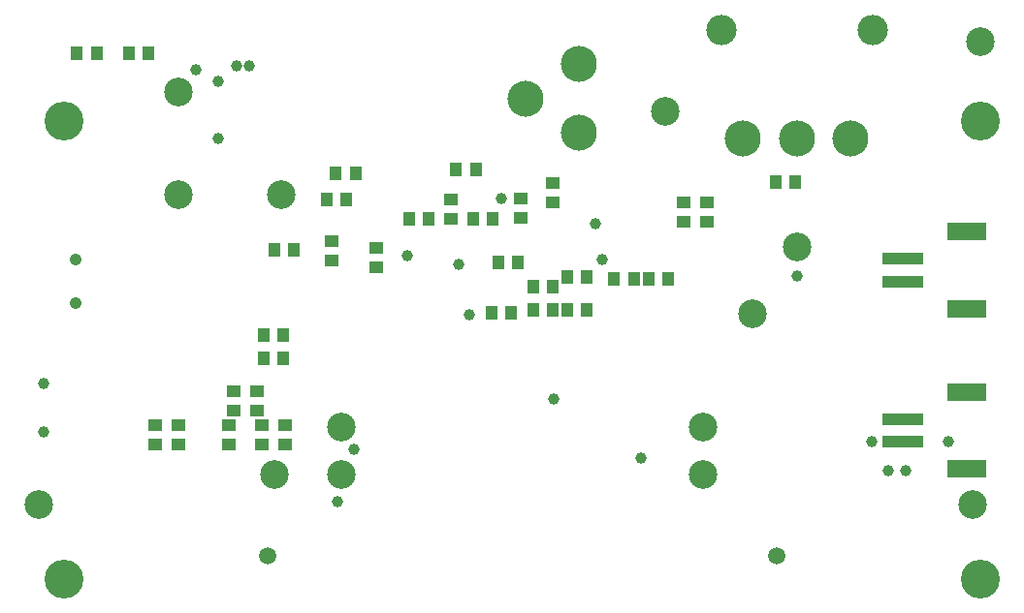
<source format=gbs>
G75*
G70*
%OFA0B0*%
%FSLAX24Y24*%
%IPPOS*%
%LPD*%
%AMOC8*
5,1,8,0,0,1.08239X$1,22.5*
%
%ADD10R,0.0434X0.0473*%
%ADD11R,0.0473X0.0434*%
%ADD12C,0.0985*%
%ADD13R,0.1379X0.0631*%
%ADD14R,0.1418X0.0434*%
%ADD15C,0.0410*%
%ADD16C,0.1339*%
%ADD17C,0.1240*%
%ADD18C,0.1045*%
%ADD19C,0.0591*%
%ADD20C,0.0394*%
D10*
X008999Y009727D03*
X009668Y009727D03*
X009668Y010514D03*
X008999Y010514D03*
X009353Y013467D03*
X010022Y013467D03*
X011164Y015199D03*
X011833Y015199D03*
X012148Y016105D03*
X011479Y016105D03*
X013999Y014530D03*
X014668Y014530D03*
X016203Y014530D03*
X016873Y014530D03*
X017069Y013034D03*
X017739Y013034D03*
X018251Y012207D03*
X018920Y012207D03*
X019432Y012522D03*
X020101Y012522D03*
X021046Y012443D03*
X021715Y012443D03*
X022227Y012443D03*
X022896Y012443D03*
X020101Y011380D03*
X019432Y011380D03*
X018920Y011380D03*
X018251Y011380D03*
X017503Y011302D03*
X016833Y011302D03*
X016282Y016223D03*
X015613Y016223D03*
X005022Y020239D03*
X004353Y020239D03*
X003251Y020239D03*
X002581Y020239D03*
X026597Y015790D03*
X027266Y015790D03*
D11*
X024235Y015081D03*
X023447Y015081D03*
X023447Y014412D03*
X024235Y014412D03*
X018940Y015101D03*
X018940Y015770D03*
X017837Y015219D03*
X017837Y014550D03*
X015436Y014510D03*
X015436Y015180D03*
X012877Y013526D03*
X012877Y012857D03*
X011341Y013093D03*
X011341Y013762D03*
X008762Y008605D03*
X008762Y007936D03*
X007975Y007936D03*
X007975Y008605D03*
X007798Y007424D03*
X007798Y006754D03*
X008940Y006754D03*
X008940Y007424D03*
X009727Y007424D03*
X009727Y006754D03*
X006066Y006754D03*
X006066Y007424D03*
X005278Y007424D03*
X005278Y006754D03*
D12*
X001262Y004688D03*
X009373Y005711D03*
X011656Y005711D03*
X011656Y007365D03*
X009609Y015357D03*
X006066Y015357D03*
X006066Y018900D03*
X022798Y018211D03*
X027325Y013546D03*
X025790Y011262D03*
X024097Y007365D03*
X024097Y005711D03*
X033349Y004688D03*
X033625Y020632D03*
D13*
X033152Y014077D03*
X033152Y011440D03*
X033152Y008566D03*
X033152Y005928D03*
D14*
X030967Y006853D03*
X030967Y007640D03*
X030967Y012365D03*
X030967Y013152D03*
D15*
X002522Y013115D03*
X002522Y011615D03*
D16*
X002129Y002129D03*
X002129Y017877D03*
X033625Y017877D03*
X033625Y002129D03*
D17*
X029176Y017274D03*
X027325Y017274D03*
X025475Y017274D03*
X019845Y017483D03*
X017995Y018664D03*
X019845Y019845D03*
D18*
X024727Y021026D03*
X029924Y021026D03*
D19*
X026617Y002916D03*
X009136Y002916D03*
D20*
X011538Y004806D03*
X012089Y006577D03*
X016066Y011223D03*
X015711Y012955D03*
X013940Y013270D03*
X017148Y015239D03*
X020396Y014373D03*
X020632Y013113D03*
X027325Y012562D03*
X018979Y008310D03*
X021971Y006302D03*
X029884Y006853D03*
X030475Y005869D03*
X031066Y005869D03*
X032522Y006853D03*
X008506Y019806D03*
X008073Y019806D03*
X007443Y019254D03*
X006656Y019648D03*
X007443Y017286D03*
X001440Y008871D03*
X001440Y007197D03*
M02*

</source>
